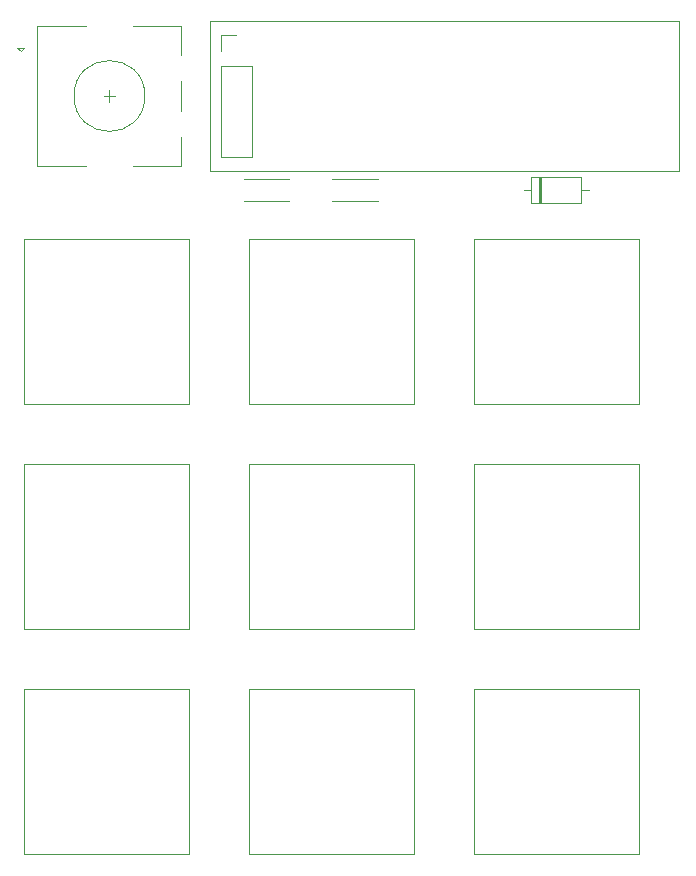
<source format=gbr>
%TF.GenerationSoftware,KiCad,Pcbnew,8.0.5*%
%TF.CreationDate,2024-10-24T23:33:23-07:00*%
%TF.ProjectId,HackPad,4861636b-5061-4642-9e6b-696361645f70,rev?*%
%TF.SameCoordinates,Original*%
%TF.FileFunction,Legend,Top*%
%TF.FilePolarity,Positive*%
%FSLAX46Y46*%
G04 Gerber Fmt 4.6, Leading zero omitted, Abs format (unit mm)*
G04 Created by KiCad (PCBNEW 8.0.5) date 2024-10-24 23:33:23*
%MOMM*%
%LPD*%
G01*
G04 APERTURE LIST*
%ADD10C,0.100000*%
%ADD11C,0.120000*%
G04 APERTURE END LIST*
D10*
X59699750Y-45960000D02*
X99387250Y-45960000D01*
X99387250Y-58660000D01*
X59699750Y-58660000D01*
X59699750Y-45960000D01*
D11*
%TO.C,SW1*%
X43965000Y-64465000D02*
X57935000Y-64465000D01*
X43965000Y-78435000D02*
X43965000Y-64465000D01*
X57935000Y-64465000D02*
X57935000Y-78435000D01*
X57935000Y-78435000D02*
X43965000Y-78435000D01*
%TO.C,J2*%
X60624000Y-47180000D02*
X61954000Y-47180000D01*
X60624000Y-48510000D02*
X60624000Y-47180000D01*
X60624000Y-49780000D02*
X60624000Y-57460000D01*
X60624000Y-49780000D02*
X63284000Y-49780000D01*
X60624000Y-57460000D02*
X63284000Y-57460000D01*
X63284000Y-49780000D02*
X63284000Y-57460000D01*
%TO.C,SW10*%
X82065000Y-83515000D02*
X96035000Y-83515000D01*
X82065000Y-97485000D02*
X82065000Y-83515000D01*
X96035000Y-83515000D02*
X96035000Y-97485000D01*
X96035000Y-97485000D02*
X82065000Y-97485000D01*
%TO.C,SW7*%
X63015000Y-102565000D02*
X76985000Y-102565000D01*
X63015000Y-116535000D02*
X63015000Y-102565000D01*
X76985000Y-102565000D02*
X76985000Y-116535000D01*
X76985000Y-116535000D02*
X63015000Y-116535000D01*
%TO.C,SW3*%
X43965000Y-102565000D02*
X57935000Y-102565000D01*
X43965000Y-116535000D02*
X43965000Y-102565000D01*
X57935000Y-102565000D02*
X57935000Y-116535000D01*
X57935000Y-116535000D02*
X43965000Y-116535000D01*
%TO.C,SW6*%
X63015000Y-83515000D02*
X76985000Y-83515000D01*
X63015000Y-97485000D02*
X63015000Y-83515000D01*
X76985000Y-83515000D02*
X76985000Y-97485000D01*
X76985000Y-97485000D02*
X63015000Y-97485000D01*
%TO.C,SW2*%
X43965000Y-83515000D02*
X57935000Y-83515000D01*
X43965000Y-97485000D02*
X43965000Y-83515000D01*
X57935000Y-83515000D02*
X57935000Y-97485000D01*
X57935000Y-97485000D02*
X43965000Y-97485000D01*
%TO.C,R3*%
X70080000Y-59372500D02*
X73920000Y-59372500D01*
X70080000Y-61212500D02*
X73920000Y-61212500D01*
%TO.C,SW5*%
X63015000Y-64465000D02*
X76985000Y-64465000D01*
X63015000Y-78435000D02*
X63015000Y-64465000D01*
X76985000Y-64465000D02*
X76985000Y-78435000D01*
X76985000Y-78435000D02*
X63015000Y-78435000D01*
%TO.C,SW9*%
X82065000Y-64465000D02*
X96035000Y-64465000D01*
X82065000Y-78435000D02*
X82065000Y-64465000D01*
X96035000Y-64465000D02*
X96035000Y-78435000D01*
X96035000Y-78435000D02*
X82065000Y-78435000D01*
%TO.C,SW11*%
X82065000Y-102565000D02*
X96035000Y-102565000D01*
X82065000Y-116535000D02*
X82065000Y-102565000D01*
X96035000Y-102565000D02*
X96035000Y-116535000D01*
X96035000Y-116535000D02*
X82065000Y-116535000D01*
%TO.C,D9*%
X86280000Y-60292500D02*
X86930000Y-60292500D01*
X86930000Y-59172500D02*
X86930000Y-61412500D01*
X86930000Y-61412500D02*
X91170000Y-61412500D01*
X87530000Y-59172500D02*
X87530000Y-61412500D01*
X87650000Y-59172500D02*
X87650000Y-61412500D01*
X87770000Y-59172500D02*
X87770000Y-61412500D01*
X91170000Y-59172500D02*
X86930000Y-59172500D01*
X91170000Y-61412500D02*
X91170000Y-59172500D01*
X91820000Y-60292500D02*
X91170000Y-60292500D01*
%TO.C,R4*%
X62580000Y-59372500D02*
X66420000Y-59372500D01*
X62580000Y-61212500D02*
X66420000Y-61212500D01*
%TO.C,SW13*%
X43400000Y-48220000D02*
X44000000Y-48220000D01*
X43700000Y-48520000D02*
X43400000Y-48220000D01*
X44000000Y-48220000D02*
X43700000Y-48520000D01*
X45100000Y-46420000D02*
X45100000Y-58220000D01*
X49200000Y-46420000D02*
X45100000Y-46420000D01*
X49200000Y-58220000D02*
X45100000Y-58220000D01*
X50700000Y-52320000D02*
X51700000Y-52320000D01*
X51200000Y-51820000D02*
X51200000Y-52820000D01*
X53200000Y-46420000D02*
X57300000Y-46420000D01*
X57300000Y-46420000D02*
X57300000Y-48820000D01*
X57300000Y-51020000D02*
X57300000Y-53620000D01*
X57300000Y-55820000D02*
X57300000Y-58220000D01*
X57300000Y-58220000D02*
X53200000Y-58220000D01*
X54200000Y-52320000D02*
G75*
G02*
X48200000Y-52320000I-3000000J0D01*
G01*
X48200000Y-52320000D02*
G75*
G02*
X54200000Y-52320000I3000000J0D01*
G01*
%TD*%
M02*

</source>
